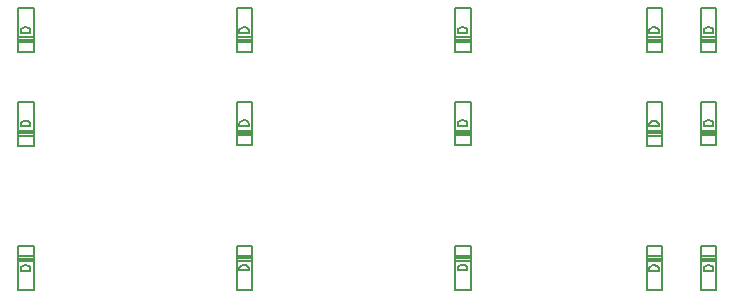
<source format=gbr>
G04 #@! TF.FileFunction,Other,Fab,Top*
%FSLAX46Y46*%
G04 Gerber Fmt 4.6, Leading zero omitted, Abs format (unit mm)*
G04 Created by KiCad (PCBNEW 4.0.1-stable) date Sunday, May 29, 2016 'PMt' 06:37:48 PM*
%MOMM*%
G01*
G04 APERTURE LIST*
%ADD10C,0.100000*%
%ADD11C,0.150000*%
G04 APERTURE END LIST*
D10*
D11*
X16350000Y-15575000D02*
X17650000Y-15575000D01*
X17650000Y-15775000D02*
X16350000Y-15775000D01*
X16350000Y-15975000D02*
X17650000Y-15975000D01*
X16350000Y-13120000D02*
X17650000Y-13120000D01*
X17650000Y-13120000D02*
X17650000Y-16830000D01*
X17650000Y-16830000D02*
X16350000Y-16830000D01*
X16350000Y-16830000D02*
X16350000Y-13120000D01*
X34850000Y-15575000D02*
X36150000Y-15575000D01*
X36150000Y-15775000D02*
X34850000Y-15775000D01*
X34850000Y-15975000D02*
X36150000Y-15975000D01*
X34850000Y-13120000D02*
X36150000Y-13120000D01*
X36150000Y-13120000D02*
X36150000Y-16830000D01*
X36150000Y-16830000D02*
X34850000Y-16830000D01*
X34850000Y-16830000D02*
X34850000Y-13120000D01*
X53350000Y-15575000D02*
X54650000Y-15575000D01*
X54650000Y-15775000D02*
X53350000Y-15775000D01*
X53350000Y-15975000D02*
X54650000Y-15975000D01*
X53350000Y-13120000D02*
X54650000Y-13120000D01*
X54650000Y-13120000D02*
X54650000Y-16830000D01*
X54650000Y-16830000D02*
X53350000Y-16830000D01*
X53350000Y-16830000D02*
X53350000Y-13120000D01*
X69550000Y-15575000D02*
X70850000Y-15575000D01*
X70850000Y-15775000D02*
X69550000Y-15775000D01*
X69550000Y-15975000D02*
X70850000Y-15975000D01*
X69550000Y-13120000D02*
X70850000Y-13120000D01*
X70850000Y-13120000D02*
X70850000Y-16830000D01*
X70850000Y-16830000D02*
X69550000Y-16830000D01*
X69550000Y-16830000D02*
X69550000Y-13120000D01*
X74150000Y-15575000D02*
X75450000Y-15575000D01*
X75450000Y-15775000D02*
X74150000Y-15775000D01*
X74150000Y-15975000D02*
X75450000Y-15975000D01*
X74150000Y-13120000D02*
X75450000Y-13120000D01*
X75450000Y-13120000D02*
X75450000Y-16830000D01*
X75450000Y-16830000D02*
X74150000Y-16830000D01*
X74150000Y-16830000D02*
X74150000Y-13120000D01*
X16350000Y-23500000D02*
X17650000Y-23500000D01*
X17650000Y-23700000D02*
X16350000Y-23700000D01*
X16350000Y-23900000D02*
X17650000Y-23900000D01*
X16350000Y-21045000D02*
X17650000Y-21045000D01*
X17650000Y-21045000D02*
X17650000Y-24755000D01*
X17650000Y-24755000D02*
X16350000Y-24755000D01*
X16350000Y-24755000D02*
X16350000Y-21045000D01*
X34850000Y-23475000D02*
X36150000Y-23475000D01*
X36150000Y-23675000D02*
X34850000Y-23675000D01*
X34850000Y-23875000D02*
X36150000Y-23875000D01*
X34850000Y-21020000D02*
X36150000Y-21020000D01*
X36150000Y-21020000D02*
X36150000Y-24730000D01*
X36150000Y-24730000D02*
X34850000Y-24730000D01*
X34850000Y-24730000D02*
X34850000Y-21020000D01*
X53350000Y-23475000D02*
X54650000Y-23475000D01*
X54650000Y-23675000D02*
X53350000Y-23675000D01*
X53350000Y-23875000D02*
X54650000Y-23875000D01*
X53350000Y-21020000D02*
X54650000Y-21020000D01*
X54650000Y-21020000D02*
X54650000Y-24730000D01*
X54650000Y-24730000D02*
X53350000Y-24730000D01*
X53350000Y-24730000D02*
X53350000Y-21020000D01*
X69550000Y-23500000D02*
X70850000Y-23500000D01*
X70850000Y-23700000D02*
X69550000Y-23700000D01*
X69550000Y-23900000D02*
X70850000Y-23900000D01*
X69550000Y-21045000D02*
X70850000Y-21045000D01*
X70850000Y-21045000D02*
X70850000Y-24755000D01*
X70850000Y-24755000D02*
X69550000Y-24755000D01*
X69550000Y-24755000D02*
X69550000Y-21045000D01*
X74150000Y-23475000D02*
X75450000Y-23475000D01*
X75450000Y-23675000D02*
X74150000Y-23675000D01*
X74150000Y-23875000D02*
X75450000Y-23875000D01*
X74150000Y-21020000D02*
X75450000Y-21020000D01*
X75450000Y-21020000D02*
X75450000Y-24730000D01*
X75450000Y-24730000D02*
X74150000Y-24730000D01*
X74150000Y-24730000D02*
X74150000Y-21020000D01*
X17650000Y-34525000D02*
X16350000Y-34525000D01*
X16350000Y-34325000D02*
X17650000Y-34325000D01*
X17650000Y-34125000D02*
X16350000Y-34125000D01*
X17650000Y-36980000D02*
X16350000Y-36980000D01*
X16350000Y-36980000D02*
X16350000Y-33270000D01*
X16350000Y-33270000D02*
X17650000Y-33270000D01*
X17650000Y-33270000D02*
X17650000Y-36980000D01*
X36150000Y-34500000D02*
X34850000Y-34500000D01*
X34850000Y-34300000D02*
X36150000Y-34300000D01*
X36150000Y-34100000D02*
X34850000Y-34100000D01*
X36150000Y-36955000D02*
X34850000Y-36955000D01*
X34850000Y-36955000D02*
X34850000Y-33245000D01*
X34850000Y-33245000D02*
X36150000Y-33245000D01*
X36150000Y-33245000D02*
X36150000Y-36955000D01*
X54650000Y-34500000D02*
X53350000Y-34500000D01*
X53350000Y-34300000D02*
X54650000Y-34300000D01*
X54650000Y-34100000D02*
X53350000Y-34100000D01*
X54650000Y-36955000D02*
X53350000Y-36955000D01*
X53350000Y-36955000D02*
X53350000Y-33245000D01*
X53350000Y-33245000D02*
X54650000Y-33245000D01*
X54650000Y-33245000D02*
X54650000Y-36955000D01*
X70850000Y-34525000D02*
X69550000Y-34525000D01*
X69550000Y-34325000D02*
X70850000Y-34325000D01*
X70850000Y-34125000D02*
X69550000Y-34125000D01*
X70850000Y-36980000D02*
X69550000Y-36980000D01*
X69550000Y-36980000D02*
X69550000Y-33270000D01*
X69550000Y-33270000D02*
X70850000Y-33270000D01*
X70850000Y-33270000D02*
X70850000Y-36980000D01*
X75450000Y-34525000D02*
X74150000Y-34525000D01*
X74150000Y-34325000D02*
X75450000Y-34325000D01*
X75450000Y-34125000D02*
X74150000Y-34125000D01*
X75450000Y-36980000D02*
X74150000Y-36980000D01*
X74150000Y-36980000D02*
X74150000Y-33270000D01*
X74150000Y-33270000D02*
X75450000Y-33270000D01*
X75450000Y-33270000D02*
X75450000Y-36980000D01*
X17361905Y-15184524D02*
X16561905Y-15184524D01*
X16561905Y-14994048D01*
X16600000Y-14879762D01*
X16676190Y-14803571D01*
X16752381Y-14765476D01*
X16904762Y-14727381D01*
X17019048Y-14727381D01*
X17171429Y-14765476D01*
X17247619Y-14803571D01*
X17323810Y-14879762D01*
X17361905Y-14994048D01*
X17361905Y-15184524D01*
X35861905Y-15184524D02*
X35061905Y-15184524D01*
X35061905Y-14994048D01*
X35100000Y-14879762D01*
X35176190Y-14803571D01*
X35252381Y-14765476D01*
X35404762Y-14727381D01*
X35519048Y-14727381D01*
X35671429Y-14765476D01*
X35747619Y-14803571D01*
X35823810Y-14879762D01*
X35861905Y-14994048D01*
X35861905Y-15184524D01*
X54361905Y-15184524D02*
X53561905Y-15184524D01*
X53561905Y-14994048D01*
X53600000Y-14879762D01*
X53676190Y-14803571D01*
X53752381Y-14765476D01*
X53904762Y-14727381D01*
X54019048Y-14727381D01*
X54171429Y-14765476D01*
X54247619Y-14803571D01*
X54323810Y-14879762D01*
X54361905Y-14994048D01*
X54361905Y-15184524D01*
X70561905Y-15184524D02*
X69761905Y-15184524D01*
X69761905Y-14994048D01*
X69800000Y-14879762D01*
X69876190Y-14803571D01*
X69952381Y-14765476D01*
X70104762Y-14727381D01*
X70219048Y-14727381D01*
X70371429Y-14765476D01*
X70447619Y-14803571D01*
X70523810Y-14879762D01*
X70561905Y-14994048D01*
X70561905Y-15184524D01*
X75161905Y-15184524D02*
X74361905Y-15184524D01*
X74361905Y-14994048D01*
X74400000Y-14879762D01*
X74476190Y-14803571D01*
X74552381Y-14765476D01*
X74704762Y-14727381D01*
X74819048Y-14727381D01*
X74971429Y-14765476D01*
X75047619Y-14803571D01*
X75123810Y-14879762D01*
X75161905Y-14994048D01*
X75161905Y-15184524D01*
X17361905Y-23109524D02*
X16561905Y-23109524D01*
X16561905Y-22919048D01*
X16600000Y-22804762D01*
X16676190Y-22728571D01*
X16752381Y-22690476D01*
X16904762Y-22652381D01*
X17019048Y-22652381D01*
X17171429Y-22690476D01*
X17247619Y-22728571D01*
X17323810Y-22804762D01*
X17361905Y-22919048D01*
X17361905Y-23109524D01*
X35861905Y-23084524D02*
X35061905Y-23084524D01*
X35061905Y-22894048D01*
X35100000Y-22779762D01*
X35176190Y-22703571D01*
X35252381Y-22665476D01*
X35404762Y-22627381D01*
X35519048Y-22627381D01*
X35671429Y-22665476D01*
X35747619Y-22703571D01*
X35823810Y-22779762D01*
X35861905Y-22894048D01*
X35861905Y-23084524D01*
X54361905Y-23084524D02*
X53561905Y-23084524D01*
X53561905Y-22894048D01*
X53600000Y-22779762D01*
X53676190Y-22703571D01*
X53752381Y-22665476D01*
X53904762Y-22627381D01*
X54019048Y-22627381D01*
X54171429Y-22665476D01*
X54247619Y-22703571D01*
X54323810Y-22779762D01*
X54361905Y-22894048D01*
X54361905Y-23084524D01*
X70561905Y-23109524D02*
X69761905Y-23109524D01*
X69761905Y-22919048D01*
X69800000Y-22804762D01*
X69876190Y-22728571D01*
X69952381Y-22690476D01*
X70104762Y-22652381D01*
X70219048Y-22652381D01*
X70371429Y-22690476D01*
X70447619Y-22728571D01*
X70523810Y-22804762D01*
X70561905Y-22919048D01*
X70561905Y-23109524D01*
X75161905Y-23084524D02*
X74361905Y-23084524D01*
X74361905Y-22894048D01*
X74400000Y-22779762D01*
X74476190Y-22703571D01*
X74552381Y-22665476D01*
X74704762Y-22627381D01*
X74819048Y-22627381D01*
X74971429Y-22665476D01*
X75047619Y-22703571D01*
X75123810Y-22779762D01*
X75161905Y-22894048D01*
X75161905Y-23084524D01*
X17361905Y-35334524D02*
X16561905Y-35334524D01*
X16561905Y-35144048D01*
X16600000Y-35029762D01*
X16676190Y-34953571D01*
X16752381Y-34915476D01*
X16904762Y-34877381D01*
X17019048Y-34877381D01*
X17171429Y-34915476D01*
X17247619Y-34953571D01*
X17323810Y-35029762D01*
X17361905Y-35144048D01*
X17361905Y-35334524D01*
X35861905Y-35309524D02*
X35061905Y-35309524D01*
X35061905Y-35119048D01*
X35100000Y-35004762D01*
X35176190Y-34928571D01*
X35252381Y-34890476D01*
X35404762Y-34852381D01*
X35519048Y-34852381D01*
X35671429Y-34890476D01*
X35747619Y-34928571D01*
X35823810Y-35004762D01*
X35861905Y-35119048D01*
X35861905Y-35309524D01*
X54361905Y-35309524D02*
X53561905Y-35309524D01*
X53561905Y-35119048D01*
X53600000Y-35004762D01*
X53676190Y-34928571D01*
X53752381Y-34890476D01*
X53904762Y-34852381D01*
X54019048Y-34852381D01*
X54171429Y-34890476D01*
X54247619Y-34928571D01*
X54323810Y-35004762D01*
X54361905Y-35119048D01*
X54361905Y-35309524D01*
X70561905Y-35334524D02*
X69761905Y-35334524D01*
X69761905Y-35144048D01*
X69800000Y-35029762D01*
X69876190Y-34953571D01*
X69952381Y-34915476D01*
X70104762Y-34877381D01*
X70219048Y-34877381D01*
X70371429Y-34915476D01*
X70447619Y-34953571D01*
X70523810Y-35029762D01*
X70561905Y-35144048D01*
X70561905Y-35334524D01*
X75161905Y-35334524D02*
X74361905Y-35334524D01*
X74361905Y-35144048D01*
X74400000Y-35029762D01*
X74476190Y-34953571D01*
X74552381Y-34915476D01*
X74704762Y-34877381D01*
X74819048Y-34877381D01*
X74971429Y-34915476D01*
X75047619Y-34953571D01*
X75123810Y-35029762D01*
X75161905Y-35144048D01*
X75161905Y-35334524D01*
M02*

</source>
